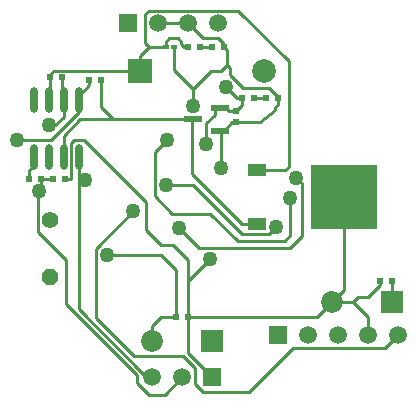
<source format=gtl>
G04 Layer_Physical_Order=1*
G04 Layer_Color=255*
%FSLAX42Y42*%
%MOMM*%
G71*
G01*
G75*
%ADD10R,0.60X0.50*%
%ADD11O,0.60X2.20*%
%ADD12R,0.50X0.30*%
%ADD13R,0.50X0.60*%
%ADD14R,5.70X5.50*%
%ADD15R,1.60X1.00*%
%ADD16R,1.50X0.60*%
%ADD17C,0.25*%
%ADD18R,1.50X1.50*%
%ADD19C,1.50*%
%ADD20R,2.00X2.00*%
%ADD21C,2.00*%
%ADD22C,1.40*%
%ADD23P,1.52X8X112.5*%
%ADD24R,1.85X1.85*%
%ADD25C,1.85*%
%ADD26C,1.27*%
D10*
X3227Y1118D02*
D03*
X3327D02*
D03*
X1600Y813D02*
D03*
X1500D02*
D03*
X558Y1981D02*
D03*
X458D02*
D03*
X355D02*
D03*
X255D02*
D03*
X1804Y3099D02*
D03*
X1904D02*
D03*
X2261Y2667D02*
D03*
X2361D02*
D03*
X433Y2845D02*
D03*
X533D02*
D03*
X1701Y3099D02*
D03*
X1601D02*
D03*
X2158Y2667D02*
D03*
X2058D02*
D03*
X763Y2819D02*
D03*
X863D02*
D03*
D11*
X292Y2173D02*
D03*
X419D02*
D03*
X546D02*
D03*
X673D02*
D03*
X292Y2653D02*
D03*
X419D02*
D03*
X546D02*
D03*
X673D02*
D03*
D12*
X1413Y3099D02*
D03*
X1483D02*
D03*
D13*
X2007Y2464D02*
D03*
Y2564D02*
D03*
D14*
X2921Y1829D02*
D03*
D15*
X2181Y1600D02*
D03*
Y2057D02*
D03*
D16*
X1638Y2489D02*
D03*
X1868Y2584D02*
D03*
Y2394D02*
D03*
D17*
X1824Y2530D02*
Y2584D01*
X1946Y2564D02*
X2007D01*
X1925Y2584D02*
X1946Y2564D01*
X2058Y2615D02*
Y2667D01*
X2007Y2564D02*
X2058Y2615D01*
X2361Y2615D02*
Y2667D01*
X2337Y2591D02*
X2361Y2615D01*
X2337Y2568D02*
Y2591D01*
X2361Y2667D02*
Y2680D01*
X1956Y2869D02*
Y2921D01*
X1930Y2946D02*
X1956Y2921D01*
X1930Y2946D02*
Y3073D01*
X1412Y3099D02*
Y3147D01*
X1514Y3175D02*
X1542Y3147D01*
X1440Y3175D02*
X1514D01*
X1412Y3147D02*
X1440Y3175D01*
X1237Y3132D02*
X1270Y3099D01*
X1412D01*
X1879Y2895D02*
X1930Y2946D01*
X1956Y2869D02*
X2069Y2756D01*
X1795Y2895D02*
X1879D01*
X1904Y3099D02*
X1930Y3073D01*
X1643Y2743D02*
X1795Y2895D01*
X356Y1932D02*
Y1981D01*
X328Y1534D02*
Y1905D01*
X2997Y940D02*
X3120Y817D01*
X3042Y984D02*
X3120D01*
X2997Y940D02*
X3042Y984D01*
X2692Y813D02*
X2819Y940D01*
X355Y1981D02*
X356D01*
X328Y1905D02*
X356Y1932D01*
Y1900D02*
Y1932D01*
X1636Y2025D02*
Y2489D01*
X965D02*
X1636D01*
X683D02*
X965D01*
X1875Y2394D02*
X1900D01*
X1868D02*
X1875D01*
X3120Y660D02*
Y817D01*
X1875Y2080D02*
Y2394D01*
X1481Y2906D02*
Y3099D01*
X1600Y1123D02*
Y1300D01*
Y813D02*
Y1123D01*
X673Y883D02*
Y2028D01*
X3327Y941D02*
Y1118D01*
Y941D02*
X3327Y940D01*
X328Y1534D02*
X564Y1298D01*
Y927D02*
Y1298D01*
Y927D02*
X1168Y322D01*
Y259D02*
Y322D01*
Y259D02*
X1270Y157D01*
X1402D01*
X1549Y305D01*
X338Y1882D02*
X356Y1900D01*
X546Y2352D02*
X683Y2489D01*
X546Y2173D02*
Y2352D01*
Y2510D02*
Y2653D01*
X475Y2438D02*
X546Y2510D01*
X424Y2438D02*
X475D01*
X2921Y1041D02*
Y1829D01*
X2819Y940D02*
X2921Y1041D01*
X3120Y984D02*
X3227Y1090D01*
Y1118D01*
X1904Y3099D02*
Y3124D01*
X1851Y3178D02*
X1904Y3124D01*
X1725Y3178D02*
X1851D01*
X1600Y3302D02*
X1725Y3178D01*
X2209Y2464D02*
X2337Y2568D01*
X2007Y2464D02*
X2209D01*
X2069Y2756D02*
X2286D01*
X2361Y2680D01*
X1824Y2584D02*
X1868D01*
X1753Y2459D02*
X1824Y2530D01*
X1753Y2281D02*
Y2459D01*
X1415Y1933D02*
X1643D01*
X2060Y1516D01*
X2283D01*
X2347Y1580D01*
X673Y883D02*
X1219Y337D01*
X1295Y305D01*
X558Y1981D02*
X610D01*
Y2292D01*
X635Y2316D01*
X719D01*
X1247Y1788D01*
Y1552D02*
Y1788D01*
Y1552D02*
X1372Y1427D01*
X1473D01*
X1600Y1300D01*
X155Y2316D02*
X442D01*
X673Y2548D01*
Y2653D01*
X863Y2592D02*
X965Y2489D01*
X863Y2592D02*
Y2819D01*
X1481Y3099D02*
X1483D01*
X1643Y2603D02*
Y2743D01*
X1481Y2906D02*
X1643Y2743D01*
X2181Y2057D02*
X2423D01*
X2451Y2085D01*
Y2985D01*
X2025Y3411D02*
X2451Y2985D01*
X1270Y3411D02*
X2025D01*
X1237Y3378D02*
X1270Y3411D01*
X1237Y3132D02*
Y3378D01*
X2060Y1600D02*
X2181D01*
X1636Y2025D02*
X2060Y1600D01*
X1636Y2489D02*
X1638D01*
X1319Y2210D02*
X1420Y2311D01*
X1319Y1837D02*
Y2210D01*
Y1837D02*
X1465Y1690D01*
X1789D01*
X2019Y1460D01*
X2420D01*
X2466Y1507D01*
Y1824D01*
X2517Y1994D02*
X2563Y1948D01*
Y1499D02*
Y1948D01*
X2466Y1402D02*
X2563Y1499D01*
X1692Y1402D02*
X2466D01*
X1521Y1573D02*
X1692Y1402D01*
X818Y1394D02*
X1136Y1712D01*
X818Y810D02*
Y1394D01*
Y810D02*
X1146Y483D01*
X1557D01*
X1659Y381D01*
Y248D02*
Y381D01*
Y248D02*
X1727Y179D01*
X2115D01*
X2487Y551D01*
X3265D01*
X3374Y660D01*
X673Y2028D02*
Y2173D01*
Y2028D02*
X724Y1977D01*
X1600Y1123D02*
X1783Y1306D01*
X914Y1339D02*
X1372D01*
X1500Y1210D01*
Y813D02*
Y1210D01*
X1600Y508D02*
Y813D01*
Y508D02*
X1803Y305D01*
X2012Y2667D02*
X2058D01*
X1918Y2761D02*
X2012Y2667D01*
X1600Y813D02*
X2692D01*
X1372D02*
X1500D01*
X1295Y737D02*
X1372Y813D01*
X1295Y610D02*
Y737D01*
X2819Y940D02*
X2997D01*
X1194Y2896D02*
Y3023D01*
X1270Y3099D01*
X1057Y2896D02*
X1194D01*
X1049Y2903D02*
X1057Y2896D01*
X466Y2903D02*
X1049D01*
X433Y2870D02*
X466Y2903D01*
X433Y2845D02*
Y2870D01*
X1567Y3099D02*
X1601D01*
X1542Y3124D02*
X1567Y3099D01*
X1542Y3124D02*
Y3147D01*
X1412Y3099D02*
X1413D01*
X292Y2095D02*
Y2173D01*
X255Y2057D02*
X292Y2095D01*
X255Y1981D02*
Y2057D01*
X356Y1981D02*
X458D01*
X2158Y2667D02*
X2261D01*
X1701Y3099D02*
X1804D01*
X433Y2754D02*
Y2845D01*
X419Y2741D02*
X433Y2754D01*
X419Y2653D02*
Y2741D01*
X533Y2754D02*
Y2845D01*
Y2754D02*
X546Y2741D01*
Y2653D02*
Y2741D01*
X1346Y3302D02*
X1600D01*
X1970Y2464D02*
X2007D01*
X1900Y2394D02*
X1970Y2464D01*
X763Y2780D02*
Y2819D01*
X673Y2690D02*
X763Y2780D01*
X673Y2653D02*
Y2690D01*
X1868Y2584D02*
X1925D01*
D18*
X2358Y660D02*
D03*
X1803Y305D02*
D03*
X1092Y3302D02*
D03*
D19*
X2612Y660D02*
D03*
X2866D02*
D03*
X3120D02*
D03*
X3374D02*
D03*
X1295Y305D02*
D03*
X1549D02*
D03*
X1346Y3302D02*
D03*
X1600D02*
D03*
X1854D02*
D03*
D20*
X1194Y2896D02*
D03*
D21*
X2240D02*
D03*
D22*
X432Y1641D02*
D03*
D23*
Y1153D02*
D03*
D24*
X3327Y940D02*
D03*
X1803Y610D02*
D03*
D25*
X2819Y940D02*
D03*
X1295Y610D02*
D03*
D26*
X338Y1882D02*
D03*
X424Y2438D02*
D03*
X1753Y2281D02*
D03*
X1415Y1933D02*
D03*
X2347Y1580D02*
D03*
X155Y2316D02*
D03*
X1643Y2603D02*
D03*
X1420Y2311D02*
D03*
X2466Y1824D02*
D03*
X2517Y1994D02*
D03*
X1521Y1573D02*
D03*
X1136Y1712D02*
D03*
X724Y1977D02*
D03*
X1783Y1306D02*
D03*
X1875Y2080D02*
D03*
X914Y1339D02*
D03*
X1918Y2761D02*
D03*
M02*

</source>
